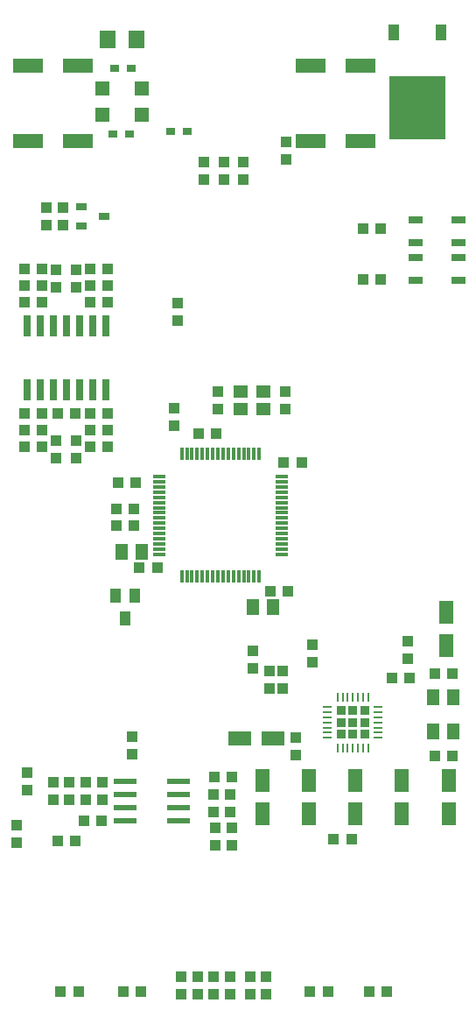
<source format=gbr>
%TF.GenerationSoftware,KiCad,Pcbnew,(6.0.11-0)*%
%TF.CreationDate,2023-05-29T14:14:04+02:00*%
%TF.ProjectId,warps,77617270-732e-46b6-9963-61645f706362,rev?*%
%TF.SameCoordinates,Original*%
%TF.FileFunction,Paste,Top*%
%TF.FilePolarity,Positive*%
%FSLAX46Y46*%
G04 Gerber Fmt 4.6, Leading zero omitted, Abs format (unit mm)*
G04 Created by KiCad (PCBNEW (6.0.11-0)) date 2023-05-29 14:14:04*
%MOMM*%
%LPD*%
G01*
G04 APERTURE LIST*
G04 Aperture macros list*
%AMRoundRect*
0 Rectangle with rounded corners*
0 $1 Rounding radius*
0 $2 $3 $4 $5 $6 $7 $8 $9 X,Y pos of 4 corners*
0 Add a 4 corners polygon primitive as box body*
4,1,4,$2,$3,$4,$5,$6,$7,$8,$9,$2,$3,0*
0 Add four circle primitives for the rounded corners*
1,1,$1+$1,$2,$3*
1,1,$1+$1,$4,$5*
1,1,$1+$1,$6,$7*
1,1,$1+$1,$8,$9*
0 Add four rect primitives between the rounded corners*
20,1,$1+$1,$2,$3,$4,$5,0*
20,1,$1+$1,$4,$5,$6,$7,0*
20,1,$1+$1,$6,$7,$8,$9,0*
20,1,$1+$1,$8,$9,$2,$3,0*%
G04 Aperture macros list end*
%ADD10R,1.400000X1.200000*%
%ADD11R,1.300000X1.600000*%
%ADD12R,0.300000X1.200000*%
%ADD13R,1.200000X0.300000*%
%ADD14R,0.660400X2.032000*%
%ADD15R,1.350000X0.800000*%
%ADD16R,1.000000X1.100000*%
%ADD17R,2.200000X0.600000*%
%ADD18R,1.100000X1.000000*%
%ADD19R,3.000000X1.400000*%
%ADD20R,1.400000X1.400000*%
%ADD21R,1.600000X1.803000*%
%ADD22RoundRect,0.225000X-0.225000X0.225000X-0.225000X-0.225000X0.225000X-0.225000X0.225000X0.225000X0*%
%ADD23RoundRect,0.062500X-0.062500X0.337500X-0.062500X-0.337500X0.062500X-0.337500X0.062500X0.337500X0*%
%ADD24RoundRect,0.062500X-0.337500X0.062500X-0.337500X-0.062500X0.337500X-0.062500X0.337500X0.062500X0*%
%ADD25R,1.300000X1.500000*%
%ADD26R,1.400000X2.200000*%
%ADD27R,2.200000X1.400000*%
%ADD28R,1.000000X1.400000*%
%ADD29R,1.000000X0.700000*%
%ADD30R,0.850000X0.700000*%
%ADD31R,1.000000X1.600000*%
%ADD32R,5.400000X6.200000*%
G04 APERTURE END LIST*
D10*
%TO.C,Q1*%
X150100000Y-89932843D03*
X152300000Y-89932843D03*
X152300000Y-88232843D03*
X150100000Y-88232843D03*
%TD*%
D11*
%TO.C,Q2*%
X168750000Y-117850000D03*
X168750000Y-121150000D03*
X170750000Y-121150000D03*
X170750000Y-117850000D03*
%TD*%
D12*
%TO.C,IC4*%
X151933600Y-94304700D03*
X151433600Y-94304700D03*
X150933600Y-94304700D03*
X150433600Y-94304700D03*
X149933600Y-94304700D03*
X149433600Y-94304700D03*
X148933600Y-94304700D03*
X148433600Y-94304700D03*
X147933600Y-94304700D03*
X147433600Y-94304700D03*
X146933600Y-94304700D03*
X146433600Y-94304700D03*
X145933600Y-94304700D03*
X145433600Y-94304700D03*
X144933600Y-94304700D03*
X144433600Y-94304700D03*
D13*
X142272600Y-96491100D03*
X142272600Y-96991100D03*
X142272600Y-97491100D03*
X142272600Y-97991100D03*
X142272600Y-98491100D03*
X142272600Y-98991100D03*
X142272600Y-99491100D03*
X142272600Y-99991100D03*
X142272600Y-100491100D03*
X142272600Y-100991100D03*
X142272600Y-101491100D03*
X142272600Y-101991100D03*
X142272600Y-102491100D03*
X142272600Y-102991100D03*
X142272600Y-103491100D03*
X142272600Y-103991100D03*
D12*
X144433600Y-106126700D03*
X144933600Y-106126700D03*
X145433600Y-106126700D03*
X145933600Y-106126700D03*
X146433600Y-106126700D03*
X146933600Y-106126700D03*
X147433600Y-106126700D03*
X147933600Y-106126700D03*
X148433600Y-106126700D03*
X148933600Y-106126700D03*
X149433600Y-106126700D03*
X149933600Y-106126700D03*
X150433600Y-106126700D03*
X150933600Y-106126700D03*
X151433600Y-106126700D03*
X151933600Y-106126700D03*
D13*
X154120000Y-103991100D03*
X154120000Y-103491100D03*
X154120000Y-102991100D03*
X154120000Y-102491100D03*
X154120000Y-101991100D03*
X154120000Y-101491100D03*
X154120000Y-100991100D03*
X154120000Y-100491100D03*
X154120000Y-99991100D03*
X154120000Y-99491100D03*
X154120000Y-98991100D03*
X154120000Y-98491100D03*
X154120000Y-97991100D03*
X154120000Y-97491100D03*
X154120000Y-96991100D03*
X154120000Y-96491100D03*
%TD*%
D14*
%TO.C,IC3*%
X129451100Y-88074500D03*
X130721100Y-88074500D03*
X131991100Y-88074500D03*
X133261100Y-88074500D03*
X134531100Y-88074500D03*
X135801100Y-88074500D03*
X137071100Y-88074500D03*
X137071100Y-81927700D03*
X135801100Y-81927700D03*
X134531100Y-81927700D03*
X133261100Y-81927700D03*
X131991100Y-81927700D03*
X130721100Y-81927700D03*
X129451100Y-81927700D03*
%TD*%
D15*
%TO.C,SW1*%
X171175000Y-71700000D03*
X167025000Y-71700000D03*
X171175000Y-73900000D03*
X167025000Y-73900000D03*
%TD*%
D16*
%TO.C,C38*%
X147500000Y-128925000D03*
X147500000Y-127225000D03*
%TD*%
D17*
%TO.C,IC6*%
X138916100Y-125958600D03*
X138916100Y-127228600D03*
X138916100Y-128498600D03*
X138916100Y-129768600D03*
X144116100Y-129768600D03*
X144116100Y-128498600D03*
X144116100Y-127228600D03*
X144116100Y-125958600D03*
%TD*%
D18*
%TO.C,C20*%
X142048600Y-105321100D03*
X140348600Y-105321100D03*
%TD*%
%TO.C,R25*%
X151358500Y-113361000D03*
X151358500Y-115061000D03*
%TD*%
%TO.C,R20*%
X134213600Y-94741100D03*
X134213600Y-93041100D03*
%TD*%
D19*
%TO.C,C1*%
X129591100Y-56743600D03*
X134391100Y-56743600D03*
%TD*%
D16*
%TO.C,C5*%
X154533600Y-64148600D03*
X154533600Y-65848600D03*
%TD*%
%TO.C,C10*%
X147947309Y-88250000D03*
X147947309Y-89950000D03*
%TD*%
%TO.C,R18*%
X135586100Y-93573600D03*
X137286100Y-93573600D03*
%TD*%
D18*
%TO.C,R32*%
X128498600Y-130188600D03*
X128498600Y-131888600D03*
%TD*%
%TO.C,R6*%
X131356100Y-70498600D03*
X131356100Y-72198600D03*
%TD*%
D16*
%TO.C,R9*%
X135586100Y-76428600D03*
X137286100Y-76428600D03*
%TD*%
D20*
%TO.C,D2*%
X136758600Y-61506100D03*
X140558600Y-61506100D03*
%TD*%
D16*
%TO.C,C31*%
X139611100Y-121616100D03*
X139611100Y-123316100D03*
%TD*%
D18*
%TO.C,R5*%
X150406100Y-67753600D03*
X150406100Y-66053600D03*
%TD*%
D21*
%TO.C,R1*%
X140080600Y-54203600D03*
X137236600Y-54203600D03*
%TD*%
D22*
%TO.C,IC5*%
X162120000Y-121370000D03*
X159880000Y-120250000D03*
X159880000Y-119130000D03*
X162120000Y-120250000D03*
X161000000Y-120250000D03*
X162120000Y-119130000D03*
X161000000Y-119130000D03*
X159880000Y-121370000D03*
X161000000Y-121370000D03*
D23*
X162500000Y-117800000D03*
X162000000Y-117800000D03*
X161500000Y-117800000D03*
X161000000Y-117800000D03*
X160500000Y-117800000D03*
X160000000Y-117800000D03*
X159500000Y-117800000D03*
D24*
X158550000Y-118750000D03*
X158550000Y-119250000D03*
X158550000Y-119750000D03*
X158550000Y-120250000D03*
X158550000Y-120750000D03*
X158550000Y-121250000D03*
X158550000Y-121750000D03*
D23*
X159500000Y-122700000D03*
X160000000Y-122700000D03*
X160500000Y-122700000D03*
X161000000Y-122700000D03*
X161500000Y-122700000D03*
X162000000Y-122700000D03*
X162500000Y-122700000D03*
D24*
X163450000Y-121750000D03*
X163450000Y-121250000D03*
X163450000Y-120750000D03*
X163450000Y-120250000D03*
X163450000Y-119750000D03*
X163450000Y-119250000D03*
X163450000Y-118750000D03*
%TD*%
D18*
%TO.C,C26*%
X170600000Y-115500000D03*
X168900000Y-115500000D03*
%TD*%
%TO.C,C40*%
X134951100Y-129768600D03*
X136651100Y-129768600D03*
%TD*%
%TO.C,R33*%
X147700000Y-130400000D03*
X147700000Y-132100000D03*
%TD*%
%TO.C,C21*%
X152985100Y-107543600D03*
X154685100Y-107543600D03*
%TD*%
%TO.C,R30*%
X135166100Y-126061100D03*
X135166100Y-127761100D03*
%TD*%
%TO.C,C42*%
X159150000Y-131500000D03*
X160850000Y-131500000D03*
%TD*%
D16*
%TO.C,C15*%
X143738600Y-91566100D03*
X143738600Y-89866100D03*
%TD*%
%TO.C,R16*%
X137286100Y-91986100D03*
X135586100Y-91986100D03*
%TD*%
%TO.C,C30*%
X155500000Y-121750000D03*
X155500000Y-123450000D03*
%TD*%
D18*
%TO.C,C24*%
X164750000Y-116000000D03*
X166450000Y-116000000D03*
%TD*%
%TO.C,C14*%
X135586100Y-90398600D03*
X137286100Y-90398600D03*
%TD*%
D16*
%TO.C,C25*%
X166281100Y-112408600D03*
X166281100Y-114108600D03*
%TD*%
D18*
%TO.C,C41*%
X168900000Y-123500000D03*
X170600000Y-123500000D03*
%TD*%
D19*
%TO.C,C4*%
X156896100Y-64046100D03*
X161696100Y-64046100D03*
%TD*%
D18*
%TO.C,R24*%
X157073700Y-114426000D03*
X157073700Y-112726000D03*
%TD*%
%TO.C,R31*%
X149087500Y-127225000D03*
X149087500Y-128925000D03*
%TD*%
D16*
%TO.C,R2*%
X163650000Y-72500000D03*
X161950000Y-72500000D03*
%TD*%
%TO.C,R41*%
X140461100Y-146278600D03*
X138761100Y-146278600D03*
%TD*%
D18*
%TO.C,C34*%
X147602500Y-125500000D03*
X149302500Y-125500000D03*
%TD*%
D16*
%TO.C,R43*%
X164273600Y-146278600D03*
X162573600Y-146278600D03*
%TD*%
D18*
%TO.C,C13*%
X132411100Y-90398600D03*
X134111100Y-90398600D03*
%TD*%
D16*
%TO.C,R17*%
X130936100Y-93573600D03*
X129236100Y-93573600D03*
%TD*%
D25*
%TO.C,C19*%
X140561100Y-103733600D03*
X138661100Y-103733600D03*
%TD*%
D18*
%TO.C,C12*%
X130936100Y-90398600D03*
X129236100Y-90398600D03*
%TD*%
%TO.C,R37*%
X147548600Y-144793600D03*
X147548600Y-146493600D03*
%TD*%
D25*
%TO.C,C22*%
X151361100Y-109131100D03*
X153261100Y-109131100D03*
%TD*%
D16*
%TO.C,R8*%
X130936100Y-76428600D03*
X129236100Y-76428600D03*
%TD*%
D26*
%TO.C,C39*%
X156750000Y-125900000D03*
X156750000Y-129100000D03*
%TD*%
D19*
%TO.C,C2*%
X156896100Y-56743600D03*
X161696100Y-56743600D03*
%TD*%
D16*
%TO.C,R12*%
X129236100Y-78016100D03*
X130936100Y-78016100D03*
%TD*%
%TO.C,C44*%
X144373600Y-144793600D03*
X144373600Y-146493600D03*
%TD*%
%TO.C,C27*%
X152946100Y-115266100D03*
X152946100Y-116966100D03*
%TD*%
D18*
%TO.C,R38*%
X149136100Y-144793600D03*
X149136100Y-146493600D03*
%TD*%
D16*
%TO.C,C45*%
X152628600Y-144793600D03*
X152628600Y-146493600D03*
%TD*%
D18*
%TO.C,C17*%
X154318600Y-95161000D03*
X156018600Y-95161000D03*
%TD*%
D27*
%TO.C,C29*%
X153276100Y-121831100D03*
X150076100Y-121831100D03*
%TD*%
D16*
%TO.C,R35*%
X132411100Y-131673600D03*
X134111100Y-131673600D03*
%TD*%
D18*
%TO.C,R34*%
X149287500Y-130400000D03*
X149287500Y-132100000D03*
%TD*%
D16*
%TO.C,C6*%
X132943600Y-72198600D03*
X132943600Y-70498600D03*
%TD*%
%TO.C,C11*%
X154452691Y-89950000D03*
X154452691Y-88250000D03*
%TD*%
D26*
%TO.C,C23*%
X170000000Y-112850000D03*
X170000000Y-109650000D03*
%TD*%
D28*
%TO.C,D3*%
X139926100Y-108031100D03*
X138026100Y-108031100D03*
X138976100Y-110231100D03*
%TD*%
D16*
%TO.C,R42*%
X156858600Y-146278600D03*
X158558600Y-146278600D03*
%TD*%
D18*
%TO.C,R28*%
X131991100Y-127761100D03*
X131991100Y-126061100D03*
%TD*%
D29*
%TO.C,IC2*%
X134701100Y-70398600D03*
X134701100Y-72298600D03*
X136901100Y-71348600D03*
%TD*%
D18*
%TO.C,R10*%
X132308600Y-76531100D03*
X132308600Y-78231100D03*
%TD*%
%TO.C,C18*%
X139953100Y-97066000D03*
X138253100Y-97066000D03*
%TD*%
D19*
%TO.C,C3*%
X129591100Y-64046100D03*
X134391100Y-64046100D03*
%TD*%
D16*
%TO.C,C9*%
X144056100Y-79706100D03*
X144056100Y-81406100D03*
%TD*%
%TO.C,R15*%
X129236100Y-91986100D03*
X130936100Y-91986100D03*
%TD*%
D30*
%TO.C,L2*%
X144956100Y-63093600D03*
X143356100Y-63093600D03*
%TD*%
D16*
%TO.C,R22*%
X139826100Y-101193600D03*
X138126100Y-101193600D03*
%TD*%
%TO.C,C28*%
X154216100Y-115266100D03*
X154216100Y-116966100D03*
%TD*%
D31*
%TO.C,IC1*%
X169513600Y-53531100D03*
X164953600Y-53531100D03*
D32*
X167233600Y-60831100D03*
%TD*%
D18*
%TO.C,R39*%
X151041100Y-146493600D03*
X151041100Y-144793600D03*
%TD*%
%TO.C,C16*%
X146063600Y-92303600D03*
X147763600Y-92303600D03*
%TD*%
D30*
%TO.C,L1*%
X139558600Y-57061100D03*
X137958600Y-57061100D03*
%TD*%
D16*
%TO.C,R21*%
X139826100Y-99606100D03*
X138126100Y-99606100D03*
%TD*%
%TO.C,R40*%
X132728600Y-146278600D03*
X134428600Y-146278600D03*
%TD*%
D26*
%TO.C,C43*%
X165750000Y-125900000D03*
X165750000Y-129100000D03*
%TD*%
D18*
%TO.C,R3*%
X146596100Y-67753600D03*
X146596100Y-66053600D03*
%TD*%
D16*
%TO.C,R13*%
X137286100Y-78016100D03*
X135586100Y-78016100D03*
%TD*%
D26*
%TO.C,C36*%
X161250000Y-125900000D03*
X161250000Y-129100000D03*
%TD*%
D18*
%TO.C,R29*%
X133578600Y-127761100D03*
X133578600Y-126061100D03*
%TD*%
%TO.C,C8*%
X135586100Y-79603600D03*
X137286100Y-79603600D03*
%TD*%
D15*
%TO.C,SW2*%
X167025000Y-77500000D03*
X171175000Y-77500000D03*
X167025000Y-75300000D03*
X171175000Y-75300000D03*
%TD*%
D18*
%TO.C,C7*%
X130936100Y-79603600D03*
X129236100Y-79603600D03*
%TD*%
D26*
%TO.C,C32*%
X152250000Y-125900000D03*
X152250000Y-129100000D03*
%TD*%
D18*
%TO.C,R19*%
X132308600Y-94741100D03*
X132308600Y-93041100D03*
%TD*%
D30*
%TO.C,L3*%
X137758600Y-63411100D03*
X139358600Y-63411100D03*
%TD*%
D20*
%TO.C,D1*%
X140558600Y-58966100D03*
X136758600Y-58966100D03*
%TD*%
D18*
%TO.C,R11*%
X134213600Y-76531100D03*
X134213600Y-78231100D03*
%TD*%
%TO.C,R36*%
X145961100Y-146493600D03*
X145961100Y-144793600D03*
%TD*%
D26*
%TO.C,C37*%
X170250000Y-125900000D03*
X170250000Y-129100000D03*
%TD*%
D18*
%TO.C,R4*%
X148501100Y-67753600D03*
X148501100Y-66053600D03*
%TD*%
D16*
%TO.C,C35*%
X136753600Y-127761100D03*
X136753600Y-126061100D03*
%TD*%
%TO.C,R14*%
X161950000Y-77400000D03*
X163650000Y-77400000D03*
%TD*%
%TO.C,C33*%
X129451100Y-125108600D03*
X129451100Y-126808600D03*
%TD*%
M02*

</source>
